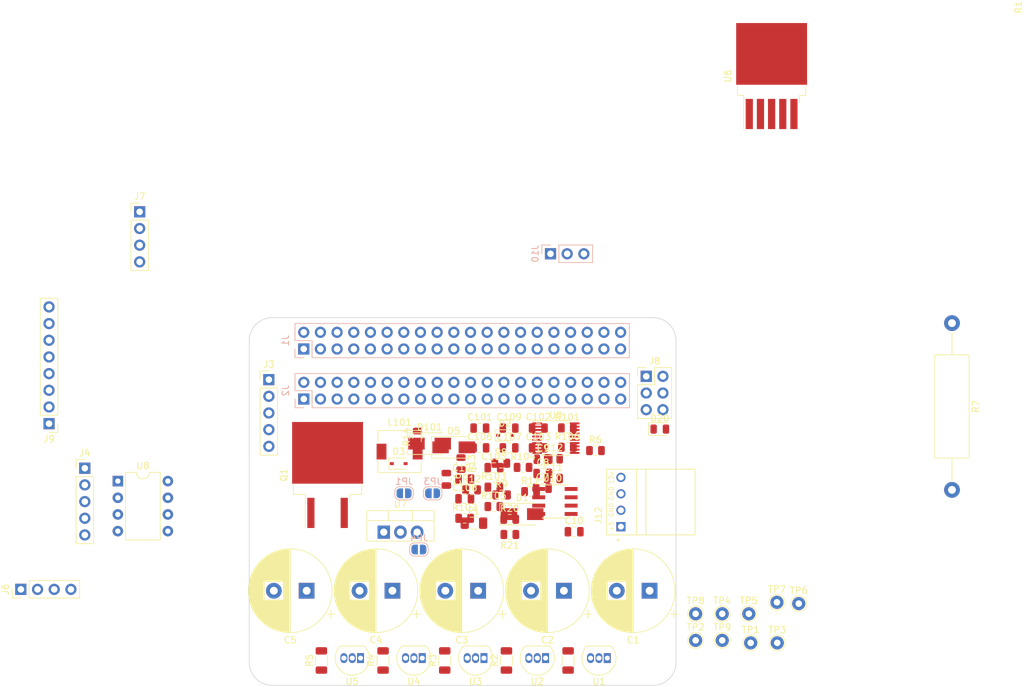
<source format=kicad_pcb>
(kicad_pcb (version 20211014) (generator pcbnew)
  (layers (0 "F.Cu" signal) (31 "B.Cu" signal) (34 "B.Paste" user) (35 "F.Paste" user) (36 "B.SilkS" user "B.Silkscreen") (37 "F.SilkS" user "F.Silkscreen") (38 "B.Mask" user) (39 "F.Mask" user) (44 "Edge.Cuts" user))
  (net 0 "")
  (net 1 "Net-(D1-Pad1)")
  (net 2 "VIN")
  (net 3 "GND")
  (net 4 "POW_OUT")
  (net 5 "I2C_SCL")
  (net 6 "I2C_SDA")
  (net 7 "Net-(Q1-Pad1)")
  (net 8 "+5V")
  (net 9 "RESET")
  (net 10 "VIN_SENSE")
  (net 11 "POW_ENABLE")
  (net 12 "UPS_SENSE")
  (net 13 "Net-(C2-Pad2)")
  (net 14 "Net-(C1-Pad1)")
  (net 15 "Net-(J6-Pad4)")
  (net 16 "Net-(C1-Pad2)")
  (net 17 "Net-(C3-Pad2)")
  (net 18 "Net-(C4-Pad2)")
  (net 19 "Net-(C6-Pad1)")
  (net 20 "Net-(D20-Pad2)")
  (net 23 "Net-(J7-Pad4)")
  (net 24 "Net-(JP1-Pad1)")
  (net 25 "Net-(R20-Pad2)")
  (net 26 "Power_Button")
  (net 27 "Spare_Button")
  (net 28 "Input_Power_LED")
  (net 29 "Output_Power_LED")
  (net 35 "RS232_RXD")
  (net 36 "RS232_TXD")
  (net 41 "+3V3")
  (net 42 "GPIO4")
  (net 43 "GPIO14")
  (net 44 "GPIO15")
  (net 45 "GPIO17")
  (net 46 "GPIO18")
  (net 47 "GPIO27")
  (net 48 "GPIO22")
  (net 49 "GPIO23")
  (net 50 "GPIO24")
  (net 51 "GPIO10")
  (net 52 "GPIO9")
  (net 53 "GPIO25")
  (net 54 "GPIO11")
  (net 55 "GPIO8")
  (net 56 "GPIO7")
  (net 57 "GPIO0")
  (net 58 "GPIO1")
  (net 59 "GPIO5")
  (net 60 "GPIO6")
  (net 61 "GPIO12")
  (net 62 "GPIO13")
  (net 63 "GPIO19")
  (net 64 "GPIO16")
  (net 65 "GPIO26")
  (net 66 "GPIO20")
  (net 67 "GPIO21")
  (net 68 "Net-(J10-Pad2)")
  (net 70 "/Buck Converter/VIN")
  (net 71 "Net-(C104-Pad1)")
  (net 72 "Net-(C104-Pad2)")
  (net 73 "Net-(C105-Pad1)")
  (net 74 "Net-(C106-Pad1)")
  (net 75 "Net-(C106-Pad2)")
  (net 76 "/Buck Converter/VOUT")
  (net 77 "Net-(R101-Pad2)")
  (net 78 "Net-(R105-Pad1)")
  (net 79 "Net-(R105-Pad2)")
  (footprint "Capacitor_SMD:C_0805_2012Metric" (layer "F.Cu") (at 94.024 119.826)
    (fp_text reference "C103" (at 0 -1.68) (layer "F.SilkS"))
    (fp_text value "0.01u")
    (pad "1" smd roundrect locked (at -0.95 0) (size 1 1.45) (layers "F.Cu" "F.Paste" "F.Mask") (net 70 "/Buck Converter/VIN"))
    (pad "2" smd roundrect locked (at 0.95 0) (size 1 1.45) (layers "F.Cu" "F.Paste" "F.Mask") (net 3 "GND"))
  )
  (footprint "Package_TO_SOT_SMD:TO-263-2" (layer "F.Cu") (at 61.93 123.96 90)
    (fp_text reference "Q1" (at 0 -6.65 90) (layer "F.SilkS"))
    (fp_text value "IRF5305")
    (pad "1" smd rect (at -5.775 -2.54 90) (size 4.6 1.1) (layers "F.Cu" "F.Paste" "F.Mask") (net 7 "Net-(Q1-Pad1)"))
    (pad "2" smd rect (at 3.375 0 90) (size 9.4 10.8) (layers "F.Cu" "F.Mask") (net 4 "POW_OUT"))
    (pad "3" smd rect (at -5.775 2.54 90) (size 4.6 1.1) (layers "F.Cu" "F.Paste" "F.Mask") (net 8 "+5V"))
  )
  (footprint "Diode_SMD:D_SOD-323" (layer "F.Cu") (at 88.96 117.92)
    (fp_text reference "D2" (at 0 -1.85) (layer "F.SilkS"))
    (fp_text value "PTVSHC3D15VUH")
    (pad "1" smd rect (at -1.05 0) (size 0.6 0.45) (layers "F.Cu" "F.Paste" "F.Mask") (net 3 "GND"))
    (pad "2" smd rect (at 1.05 0) (size 0.6 0.45) (layers "F.Cu" "F.Paste" "F.Mask") (net 2 "VIN"))
  )
  (footprint "Package_TO_SOT_THT:TO-92_Inline" (layer "F.Cu") (at 85.74333 151.85 180)
    (fp_text reference "U3" (at 1.27 -3.56) (layer "F.SilkS"))
    (fp_text value "KA431AZTA")
    (pad "1" thru_hole rect locked (at 0 0 180) (size 1.05 1.5) (drill 0.75) (layers *.Cu *.Mask) (net 13 "Net-(C2-Pad2)"))
    (pad "2" thru_hole oval locked (at 1.27 0 180) (size 1.05 1.5) (drill 0.75) (layers *.Cu *.Mask) (net 13 "Net-(C2-Pad2)"))
    (pad "3" thru_hole oval locked (at 2.54 0 180) (size 1.05 1.5) (drill 0.75) (layers *.Cu *.Mask) (net 17 "Net-(C3-Pad2)"))
  )
  (footprint "Resistor_SMD:R_1206_3216Metric" (layer "F.Cu") (at 98.563328 152.21 90)
    (fp_text reference "R1" (at 99.49 68.59 90) (layer "F.SilkS"))
    (fp_text value "1k")
    (pad "1" smd roundrect (at -1.4625 0 90) (size 1.125 1.75) (layers "F.Cu" "F.Paste" "F.Mask") (roundrect_rratio 0.222222) (net 14 "Net-(C1-Pad1)"))
    (pad "2" smd roundrect (at 1.4625 0 90) (size 1.125 1.75) (layers "F.Cu" "F.Paste" "F.Mask") (roundrect_rratio 0.222222) (net 16 "Net-(C1-Pad2)"))
  )
  (footprint "Capacitor_SMD:C_0805_2012Metric" (layer "F.Cu") (at 85.124 116.816)
    (fp_text reference "C101" (at 0 -1.68) (layer "F.SilkS"))
    (fp_text value "4.7u")
    (pad "1" smd roundrect locked (at -0.95 0) (size 1 1.45) (layers "F.Cu" "F.Paste" "F.Mask") (net 70 "/Buck Converter/VIN"))
    (pad "2" smd roundrect locked (at 0.95 0) (size 1 1.45) (layers "F.Cu" "F.Paste" "F.Mask") (net 3 "GND"))
  )
  (footprint "TestPoint:TestPoint_THTPad_D2.0mm_Drill1.0mm" (layer "F.Cu") (at 117.987918 149.15)
    (fp_text reference "TP2" (at 0 -1.998) (layer "F.SilkS"))
    (fp_text value "TestPoint_Small")
    (pad "1" thru_hole circle (at 0 0) (size 2 2) (drill 1) (layers *.Cu *.Mask) (net 3 "GND"))
  )
  (footprint "Capacitor_SMD:C_0805_2012Metric" (layer "F.Cu") (at 85.124 119.826)
    (fp_text reference "C106" (at 0 -1.68) (layer "F.SilkS"))
    (fp_text value "1000p")
    (pad "1" smd roundrect locked (at -0.95 0) (size 1 1.45) (layers "F.Cu" "F.Paste" "F.Mask") (net 74 "Net-(C106-Pad1)"))
    (pad "2" smd roundrect locked (at 0.95 0) (size 1 1.45) (layers "F.Cu" "F.Paste" "F.Mask") (net 75 "Net-(C106-Pad2)"))
  )
  (footprint "Resistor_SMD:R_0805_2012Metric" (layer "F.Cu") (at 87.254 125.816)
    (fp_text reference "R103" (at 0 -1.65) (layer "F.SilkS"))
    (fp_text value "29.4k")
    (pad "1" smd roundrect locked (at -0.9125 0) (size 1.025 1.4) (layers "F.Cu" "F.Paste" "F.Mask") (roundrect_rratio 0.243902) (net 75 "Net-(C106-Pad2)"))
    (pad "2" smd roundrect locked (at 0.9125 0) (size 1.025 1.4) (layers "F.Cu" "F.Paste" "F.Mask") (roundrect_rratio 0.243902) (net 3 "GND"))
  )
  (footprint "Capacitor_THT:CP_Radial_D12.5mm_P5.00mm" (layer "F.Cu") (at 84.863022 141.59 180)
    (fp_text reference "C3" (at 2.5 -7.5) (layer "F.SilkS"))
    (fp_text value "10F")
    (pad "1" thru_hole rect (at 0 0 180) (size 2.4 2.4) (drill 1.2) (layers *.Cu *.Mask) (net 13 "Net-(C2-Pad2)"))
    (pad "2" thru_hole circle (at 5 0 180) (size 2.4 2.4) (drill 1.2) (layers *.Cu *.Mask) (net 17 "Net-(C3-Pad2)"))
  )
  (footprint "Capacitor_SMD:C_0805_2012Metric" (layer "F.Cu") (at 96.33 121.49)
    (fp_text reference "C12" (at 0 -1.68) (layer "F.SilkS"))
    (fp_text value "0.1uF")
    (pad "1" smd roundrect (at -0.95 0) (size 1 1.45) (layers "F.Cu" "F.Paste" "F.Mask") (net 8 "+5V"))
    (pad "2" smd roundrect (at 0.95 0) (size 1 1.45) (layers "F.Cu" "F.Paste" "F.Mask") (net 3 "GND"))
  )
  (footprint "Diode_SMD:D_SOD-323" (layer "F.Cu") (at 72.77 122.23)
    (fp_text reference "D3" (at 0 -1.85) (layer "F.SilkS"))
    (fp_text value "PTVSHC3D15VUH")
    (pad "1" smd rect (at -1.05 0) (size 0.6 0.45) (layers "F.Cu" "F.Paste" "F.Mask") (net 3 "GND"))
    (pad "2" smd rect (at 1.05 0) (size 0.6 0.45) (layers "F.Cu" "F.Paste" "F.Mask") (net 4 "POW_OUT"))
  )
  (footprint "raspberrypi_supercap_ups_lib:TE_171826-4" (layer "F.Cu") (at 111.16 128.08 90)
    (fp_text reference "J12" (at -2.03376 -7.96935 90) (layer "F.SilkS") (effects (font (size 1.004331 1.004331))))
    (fp_text value "171826-4")
    (fp_text user "GND" (at -1.2 -6 90 unlocked) (layer "F.SilkS") (effects (font (size 0.7 0.7) (thickness 0.1))))
    (fp_text user "+5" (at -3.7 -6 90 unlocked) (layer "F.SilkS") (effects (font (size 0.7 0.7) (thickness 0.1))))
    (fp_text user "GND" (at 1.3 -6 90 unlocked) (layer "F.SilkS") (effects (font (size 0.7 0.7) (thickness 0.1))))
    (fp_text user "12v" (at 3.7 -6 90 unlocked) (layer "F.SilkS") (effects (font (size 0.7 0.7) (thickness 0.1))))
    (pad "1" thru_hole rect (at -3.75 -4.55 90) (size 1.408 1.408) (drill 0.9) (layers *.Cu *.Mask) (net 2 "VIN"))
    (pad "2" thru_hole circle (at -1.25 -4.55 90) (size 1.408 1.408) (drill 0.9) (layers *.Cu *.Mask) (net 3 "GND"))
    (pad "3" thru_hole circle (at 1.25 -4.55 90) (size 1.408 1.408) (drill 0.9) (layers *.Cu *.Mask) (net 3 "GND"))
    (pad "4" thru_hole circle (at 3.75 -4.55 90) (size 1.408 1.408) (drill 0.9) (layers *.Cu *.Mask))
  )
  (footprint "Capacitor_THT:CP_Radial_D12.5mm_P5.00mm" (layer "F.Cu") (at 110.98 141.59 180)
    (fp_text reference "C1" (at 2.5 -7.5) (layer "F.SilkS"))
    (fp_text value "10F")
    (pad "1" thru_hole rect (at 0 0 180) (size 2.4 2.4) (drill 1.2) (layers *.Cu *.Mask) (net 14 "Net-(C1-Pad1)"))
    (pad "2" thru_hole circle (at 5 0 180) (size 2.4 2.4) (drill 1.2) (layers *.Cu *.Mask) (net 16 "Net-(C1-Pad2)"))
  )
  (footprint "MountingHole:MountingHole_2.7mm_M2.5" (layer "F.Cu") (at 53.5 103.5)
    (fp_text reference "H1" hide)
    (fp_text value "MountingHole" hide)
    (pad "" np_thru_hole circle locked (at 0 0) (size 2.7 2.7) (drill 2.7) (layers *.Cu *.Mask))
  )
  (footprint "Package_TO_SOT_SMD:TO-263-5_TabPin3" (layer "F.Cu") (at 129.559 63.204 90)
    (fp_text reference "U6" (at 0 -6.65 90) (layer "F.SilkS"))
    (fp_text value "LM2596S-5")
    (pad "1" smd rect (at -5.775 -3.4 90) (size 4.6 1.1) (layers "F.Cu" "F.Paste" "F.Mask") (net 19 "Net-(C6-Pad1)"))
    (pad "2" smd rect (at -5.775 -1.7 90) (size 4.6 1.1) (layers "F.Cu" "F.Paste" "F.Mask") (net 8 "+5V"))
    (pad "3" smd rect (at 3.375 0 90) (size 9.4 10.8) (layers "F.Cu" "F.Mask") (net 3 "GND"))
    (pad "3" smd rect (at -5.775 0 90) (size 4.6 1.1) (layers "F.Cu" "F.Paste" "F.Mask") (net 3 "GND"))
    (pad "4" smd rect (at -5.775 1.7 90) (size 4.6 1.1) (layers "F.Cu" "F.Paste" "F.Mask") (net 8 "+5V"))
    (pad "5" smd rect (at -5.775 3.4 90) (size 4.6 1.1) (layers "F.Cu" "F.Paste" "F.Mask") (net 25 "Net-(R20-Pad2)"))
  )
  (footprint "Capacitor_SMD:C_0805_2012Metric" (layer "F.Cu") (at 96.33 124.5)
    (fp_text reference "C11" (at 0 -1.68) (layer "F.SilkS"))
    (fp_text value "22u 10V X7R")
    (pad "1" smd roundrect (at -0.95 0) (size 1 1.45) (layers "F.Cu" "F.Paste" "F.Mask") (net 8 "+5V"))
    (pad "2" smd roundrect (at 0.95 0) (size 1 1.45) (layers "F.Cu" "F.Paste" "F.Mask") (net 3 "GND"))
  )
  (footprint "Resistor_SMD:R_0805_2012Metric" (layer "F.Cu") (at 91.704 122.806)
    (fp_text reference "R104" (at 0 -1.65) (layer "F.SilkS"))
    (fp_text value "0")
    (pad "1" smd roundrect locked (at -0.9125 0) (size 1.025 1.4) (layers "F.Cu" "F.Paste" "F.Mask") (roundrect_rratio 0.243902) (net 76 "/Buck Converter/VOUT"))
    (pad "2" smd roundrect locked (at 0.9125 0) (size 1.025 1.4) (layers "F.Cu" "F.Paste" "F.Mask") (roundrect_rratio 0.243902) (net 78 "Net-(R105-Pad1)"))
  )
  (footprint "MountingHole:MountingHole_2.7mm_M2.5" (layer "F.Cu") (at 111.5 103.5)
    (fp_text reference "H2" hide)
    (fp_text value "MountingHole" hide)
    (pad "" np_thru_hole circle locked (at 0 0) (size 2.7 2.7) (drill 2.7) (layers *.Cu *.Mask))
  )
  (footprint "Resistor_SMD:R_0805_2012Metric" (layer "F.Cu") (at 75.62 118.18 90)
    (fp_text reference "R14" (at 0 -1.65 90) (layer "F.SilkS"))
    (fp_text value "10k")
    (pad "1" smd roundrect (at -0.9125 0 90) (size 1.025 1.4) (layers "F.Cu" "F.Paste" "F.Mask") (roundrect_rratio 0.243902) (net 8 "+5V"))
    (pad "2" smd roundrect (at 0.9125 0 90) (size 1.025 1.4) (layers "F.Cu" "F.Paste" "F.Mask") (roundrect_rratio 0.243902) (net 11 "POW_ENABLE"))
  )
  (footprint "Capacitor_SMD:C_0805_2012Metric" (layer "F.Cu") (at 87.274 122.836)
    (fp_text reference "C105" (at 0 -1.68) (layer "F.SilkS"))
    (fp_text value "0.01u")
    (pad "1" smd roundrect locked (at -0.95 0) (size 1 1.45) (layers "F.Cu" "F.Paste" "F.Mask") (net 73 "Net-(C105-Pad1)"))
    (pad "2" smd roundrect locked (at 0.95 0) (size 1 1.45) (layers "F.Cu" "F.Paste" "F.Mask") (net 3 "GND"))
  )
  (footprint "Connector_PinHeader_2.54mm:PinHeader_1x05_P2.54mm_Vertical" (layer "F.Cu") (at 24.96 122.93)
    (fp_text reference "J4" (at 0 -2.33) (layer "F.SilkS"))
    (fp_text value "Conn_01x05")
    (pad "1" thru_hole rect (at 0 0) (size 1.7 1.7) (drill 1) (layers *.Cu *.Mask) (net 4 "POW_OUT"))
    (pad "2" thru_hole oval (at 0 2.54) (size 1.7 1.7) (drill 1) (layers *.Cu *.Mask) (net 3 "GND"))
    (pad "3" thru_hole oval (at 0 5.08) (size 1.7 1.7) (drill 1) (layers *.Cu *.Mask) (net 5 "I2C_SCL"))
    (pad "4" thru_hole oval (at 0 7.62) (size 1.7 1.7) (drill 1) (layers *.Cu *.Mask) (net 6 "I2C_SDA"))
    (pad "5" thru_hole oval (at 0 10.16) (size 1.7 1.7) (drill 1) (layers *.Cu *.Mask))
  )
  (footprint "Connector_PinHeader_2.54mm:PinHeader_1x04_P2.54mm_Vertical" (layer "F.Cu") (at 33.31 83.88)
    (fp_text reference "J7" (at 0 -2.33) (layer "F.SilkS"))
    (fp_text value "Conn_01x04")
    (pad "1" thru_hole rect (at 0 0) (size 1.7 1.7) (drill 1) (layers *.Cu *.Mask) (net 2 "VIN"))
    (pad "2" thru_hole oval (at 0 2.54) (size 1.7 1.7) (drill 1) (layers *.Cu *.Mask) (net 3 "GND"))
    (pad "3" thru_hole oval (at 0 5.08) (size 1.7 1.7) (drill 1) (layers *.Cu *.Mask) (net 3 "GND"))
    (pad "4" thru_hole oval (at 0 7.62) (size 1.7 1.7) (drill 1) (layers *.Cu *.Mask) (net 23 "Net-(J7-Pad4)"))
  )
  (footprint "Resistor_SMD:R_0805_2012Metric" (layer "F.Cu") (at 98.454 116.786)
    (fp_text reference "R101" (at 0 -1.65) (layer "F.SilkS"))
    (fp_text value "332k")
    (pad "1" smd roundrect locked (at -0.9125 0) (size 1.025 1.4) (layers "F.Cu" "F.Paste" "F.Mask") (roundrect_rratio 0.243902) (net 70 "/Buck Converter/VIN"))
    (pad "2" smd roundrect locked (at 0.9125 0) (size 1.025 1.4) (layers "F.Cu" "F.Paste" "F.Mask") (roundrect_rratio 0.243902) (net 77 "Net-(R101-Pad2)"))
  )
  (footprint "TestPoint:TestPoint_THTPad_D2.0mm_Drill1.0mm" (layer "F.Cu") (at 126.37 149.53)
    (fp_text reference "TP1" (at 0 -1.998) (layer "F.SilkS"))
    (fp_text value "TestPoint_Small")
    (pad "1" thru_hole circle (at 0 0) (size 2 2) (drill 1) (layers *.Cu *.Mask) (net 19 "Net-(C6-Pad1)"))
  )
  (footprint "TestPoint:TestPoint_THTPad_D2.0mm_Drill1.0mm" (layer "F.Cu") (at 130.42 149.53)
    (fp_text reference "TP3" (at 0 -1.998) (layer "F.SilkS"))
    (fp_text value "TestPoint_Small")
    (pad "1" thru_hole circle (at 0 0) (size 2 2) (drill 1) (layers *.Cu *.Mask) (net 8 "+5V"))
  )
  (footprint "MountingHole:MountingHole_2.7mm_M2.5" (layer "F.Cu") (at 111.54 152.5)
    (fp_text reference "H4" hide)
    (fp_text value "MountingHole" hide)
    (pad "" np_thru_hole circle locked (at 0 0) (size 2.7 2.7) (drill 2.7) (layers *.Cu *.Mask))
  )
  (footprint "Resistor_SMD:R_0805_2012Metric" (layer "F.Cu") (at 89.69 133.02 180)
    (fp_text reference "R21" (at 0 -1.65) (layer "F.SilkS"))
    (fp_text value "47k")
    (pad "1" smd roundrect (at -0.9125 0 180) (size 1.025 1.4) (layers "F.Cu" "F.Paste" "F.Mask") (roundrect_rratio 0.243902) (net 25 "Net-(R20-Pad2)"))
    (pad "2" smd roundrect (at 0.9125 0 180) (size 1.025 1.4) (layers "F.Cu" "F.Paste" "F.Mask") (roundrect_rratio 0.243902) (net 3 "GND"))
  )
  (footprint "Connector_PinHeader_2.54mm:PinHeader_1x08_P2.54mm_Vertical" (layer "F.Cu") (at 19.51 116.14 180)
    (fp_text reference "J9" (at 0 -2.33) (layer "F.SilkS"))
    (fp_text value "LEDs and Buttons")
    (pad "1" thru_hole rect (at 0 0 180) (size 1.7 1.7) (drill 1) (layers *.Cu *.Mask) (net 26 "Power_Button"))
    (pad "2" thru_hole oval (at 0 2.54 180) (size 1.7 1.7) (drill 1) (layers *.Cu *.Mask) (net 3 "GND"))
    (pad "3" thru_hole oval (at 0 5.08 180) (size 1.7 1.7) (drill 1) (layers *.Cu *.Mask) (net 27 "Spare_Button"))
    (pad "4" thru_hole oval (at 0 7.62 180) (size 1.7 1.7) (drill 1) (layers *.Cu *.Mask) (net 3 "GND"))
    (pad "5" thru_hole oval (at 0 10.16 180) (size 1.7 1.7) (drill 1) (layers *.Cu *.Mask) (net 28 "Input_Power_LED"))
    (pad "6" thru_hole oval (at 0 12.7 180) (size 1.7 1.7) (drill 1) (layers *.Cu *.Mask) (net 3 "GND"))
    (pad "7" thru_hole oval (at 0 15.24 180) (size 1.7 1.7) (drill 1) (layers *.Cu *.Mask) (net 29 "Output_Power_LED"))
    (pad "8" thru_hole oval (at 0 17.78 180) (size 1.7 1.7) (drill 1) (layers *.Cu *.Mask) (net 3 "GND"))
  )
  (footprint "Resistor_SMD:R_0805_2012Metric" (layer "F.Cu") (at 89.67 130.71)
    (fp_text reference "R20" (at 0 -1.65) (layer "F.SilkS"))
    (fp_text value "47k")
    (pad "1" smd roundrect (at -0.9125 0) (size 1.025 1.4) (layers "F.Cu" "F.Paste" "F.Mask") (roundrect_rratio 0.243902) (net 19 "Net-(C6-Pad1)"))
    (pad "2" smd roundrect (at 0.9125 0) (size 1.025 1.4) (layers "F.Cu" "F.Paste" "F.Mask") (roundrect_rratio 0.243902) (net 25 "Net-(R20-Pad2)"))
  )
  (footprint "TestPoint:TestPoint_THTPad_D2.0mm_Drill1.0mm" (layer "F.Cu") (at 122.037918 145.1)
    (fp_text reference "TP4" (at 0 -1.998) (layer "F.SilkS"))
    (fp_text value "TestPoint_Small")
    (pad "1" thru_hole circle (at 0 0) (size 2 2) (drill 1) (layers *.Cu *.Mask) (net 8 "+5V"))
  )
  (footprint "Package_TO_SOT_THT:TO-92_Inline" (layer "F.Cu") (at 104.53 151.85 180)
    (fp_text reference "U1" (at 1.27 -3.56) (layer "F.SilkS"))
    (fp_text value "KA431AZTA")
    (pad "1" thru_hole rect (at 0 0 180) (size 1.05 1.5) (drill 0.75) (layers *.Cu *.Mask) (net 14 "Net-(C1-Pad1)"))
    (pad "2" thru_hole oval (at 1.27 0 180) (size 1.05 1.5) (drill 0.75) (layers *.Cu *.Mask) (net 14 "Net-(C1-Pad1)"))
    (pad "3" thru_hole oval (at 2.54 0 180) (size 1.05 1.5) (drill 0.75) (layers *.Cu *.Mask) (net 16 "Net-(C1-Pad2)"))
  )
  (footprint "Connector_PinHeader_2.54mm:PinHeader_2x03_P2.54mm_Vertical" (layer "F.Cu") (at 110.465 108.935)
    (fp_text reference "J8" (at 1.27 -2.33) (layer "F.SilkS"))
    (fp_text value "Conn_02x03_Odd_Even")
    (pad "1" thru_hole rect (at 0 0) (size 1.7 1.7) (drill 1) (layers *.Cu *.Mask) (net 11 "POW_ENABLE"))
    (pad "2" thru_hole oval (at 2.54 0) (size 1.7 1.7) (drill 1) (layers *.Cu *.Mask) (net 8 "+5V"))
    (pad "3" thru_hole oval (at 0 2.54) (size 1.7 1.7) (drill 1) (layers *.Cu *.Mask) (net 5 "I2C_SCL"))
    (pad "4" thru_hole oval (at 2.54 2.54) (size 1.7 1.7) (drill 1) (layers *.Cu *.Mask) (net 6 "I2C_SDA"))
    (pad "5" thru_hole oval (at 0 5.08) (size 1.7 1.7) (drill 1) (layers *.Cu *.Mask) (net 9 "RESET"))
    (pad "6" thru_hole oval (at 2.54 5.08) (size 1.7 1.7) (drill 1) (layers *.Cu *.Mask) (net 3 "GND"))
  )
  (footprint "Capacitor_THT:CP_Radial_D12.5mm_P5.00mm" (layer "F.Cu") (at 58.746044 141.59 180)
    (fp_text reference "C5" (at 2.5 -7.5) (layer "F.SilkS"))
    (fp_text value "10F")
    (pad "1" thru_hole rect (at 0 0 180) (size 2.4 2.4) (drill 1.2) (layers *.Cu *.Mask) (net 18 "Net-(C4-Pad2)"))
    (pad "2" thru_hole circle (at 5 0 180) (size 2.4 2.4) (drill 1.2) (layers *.Cu *.Mask) (net 3 "GND"))
  )
  (footprint "Resistor_THT:R_Axial_DIN0516_L15.5mm_D5.0mm_P25.40mm_Horizontal" (layer "F.Cu") (at 157.03 100.83 -90)
    (fp_text reference "R7" (at 12.7 -3.62 90) (layer "F.SilkS"))
    (fp_text value "10 3W")
    (pad "1" thru_hole circle (at 0 0 270) (size 2.4 2.4) (drill 1.2) (layers *.Cu *.Mask) (net 68 "Net-(J10-Pad2)"))
    (pad "2" thru_hole oval (at 25.4 0 270) (size 2.4 2.4) (drill 1.2) (layers *.Cu *.Mask) (net 14 "Net-(C1-Pad1)"))
  )
  (footprint "Capacitor_SMD:C_0805_2012Metric" (layer "F.Cu") (at 80.02 124.62 -90)
    (fp_text reference "C6" (at 0 -1.68 90) (layer "F.SilkS"))
    (fp_text value "10u 25V X7R")
    (pad "1" smd roundrect (at -0.95 0 270) (size 1 1.45) (layers "F.Cu" "F.Paste" "F.Mask") (net 19 "Net-(C6-Pad1)"))
    (pad "2" smd roundrect (at 0.95 0 270) (size 1 1.45) (layers "F.Cu" "F.Paste" "F.Mask") (net 3 "GND"))
  )
  (footprint "Resistor_SMD:R_1206_3216Metric" (layer "F.Cu") (at 60.99 152.21 90)
    (fp_text reference "R5" (at 0 -1.82 90) (layer "F.SilkS"))
    (fp_text value "1k")
    (pad "1" smd roundrect (at -1.4625 0 90) (size 1.125 1.75) (layers "F.Cu" "F.Paste" "F.Mask") (roundrect_rratio 0.222222) (net 18 "Net-(C4-Pad2)"))
    (pad "2" smd roundrect (at 1.4625 0 90) (size 1.125 1.75) (layers "F.Cu" "F.Paste" "F.Mask") (roundrect_rratio 0.222222) (net 3 "GND"))
  )
  (footprint "Diode_SMD:D_SMA" (layer "F.Cu") (at 81.14 119.75)
    (fp_text reference "D5" (at 0 -2.5) (layer "F.SilkS"))
    (fp_text value "B340LA-13-F")
    (pad "1" smd rect (at -2 0) (size 2.5 1.8) (layers "F.Cu" "F.Paste" "F.Mask") (net 1 "Net-(D1-Pad1)"))
    (pad "2" smd rect (at 2 0) (size 2.5 1.8) (layers "F.Cu" "F.Paste" "F.Mask") (net 14 "Net-(C1-Pad1)"))
  )
  (footprint "Connector_PinHeader_2.54mm:PinHeader_1x04_P2.54mm_Vertical" (layer "F.Cu") (at 15.22 141.38 90)
    (fp_text reference "J6" (at 0 -2.33 90) (layer "F.SilkS"))
    (fp_text value "Conn_01x04")
    (pad "1" thru_hole rect (at 0 0 90) (size 1.7 1.7) (drill 1) (layers *.Cu *.Mask) (net 2 "VIN"))
    (pad "2" thru_hole oval (at 0 2.54 90) (size 1.7 1.7) (drill 1) (layers *.Cu *.Mask) (net 3 "GND"))
    (pad "3" thru_hole oval (at 0 5.08 90) (size 1.7 1.7) (drill 1) (layers *.Cu *.Mask) (net 3 "GND"))
    (pad "4" thru_hole oval (at 0 7.62 90) (size 1.7 1.7) (drill 1) (layers *.Cu *.Mask) (net 15 "Net-(J6-Pad4)"))
  )
  (footprint "Resistor_SMD:R_1206_3216Metric" (layer "F.Cu") (at 70.383332 152.21 90)
    (fp_text reference "R4" (at 0 -1.82 90) (layer "F.SilkS"))
    (fp_text value "1k")
    (pad "1" smd roundrect (at -1.4625 0 90) (size 1.125 1.75) (layers "F.Cu" "F.Paste" "F.Mask") (roundrect_rratio 0.222222) (net 17 "Net-(C3-Pad2)"))
    (pad "2" smd roundrect (at 1.4625 0 90) (size 1.125 1.75) (layers "F.Cu" "F.Paste" "F.Mask") (roundrect_rratio 0.222222) (net 18 "Net-(C4-Pad2)"))
  )
  (footprint "TestPoint:TestPoint_THTPad_D2.0mm_Drill1.0mm" (layer "F.Cu") (at 133.69 143.55)
    (fp_text reference "TP6" (at 0 -1.998) (layer "F.SilkS"))
    (fp_text value "TestPoint_Small")
    (pad "1" thru_hole circle (at 0 0) (size 2 2) (drill 1) (layers *.Cu *.Mask) (net 8 "+5V"))
  )
  (footprint "MountingHole:MountingHole_2.7mm_M2.5" (layer "F.Cu") (at 53.5 152.5)
    (fp_text reference "H3" hide)
    (fp_text value "MountingHole" hide)
    (pad "" np_thru_hole circle locked (at 0 0) (size 2.7 2.7) (drill 2.7) (layers *.Cu *.Mask))
  )
  (footprint "Resistor_SMD:R_0805_2012Metric" (layer "F.Cu") (at 88.32 122.17)
    (fp_text reference "R8" (at 0 -1.65) (layer "F.SilkS"))
    (fp_text value "10k")
    (pad "1" smd roundrect (at -0.9125 0) (size 1.025 1.4) (layers "F.Cu" "F.Paste" "F.Mask") (roundrect_rratio 0.243902) (net 1 "Net-(D1-Pad1)"))
    (pad "2" smd roundrect (at 0.9125 0) (size 1.025 1.4) (layers "F.Cu" "F.Paste" "F.Mask") (roundrect_rratio 0.243902) (net 10 "VIN_SENSE"))
  )
  (footprint "Capacitor_THT:CP_Radial_D12.5mm_P5.00mm" (layer "F.Cu") (at 71.804533 141.59 180)
    (fp_text reference "C4" (at 2.5 -7.5) (layer "F.SilkS"))
    (fp_text value "10F")
    (pad "1" thru_hole rect (at 0 0 180) (size 2.4 2.4) (drill 1.2) (layers *.Cu *.Mask) (net 17 "Net-(C3-Pad2)"))
    (pad "2" thru_hole circle (at 5 0 180) (size 2.4 2.4) (drill 1.2) (layers *.Cu *.Mask) (net 18 "Net-(C4-Pad2)"))
  )
  (footprint "TestPoint:TestPoint_THTPad_D2.0mm_Drill1.0mm" (layer "F.Cu") (at 126.087918 145.1)
    (fp_text reference "TP5" (at 0 -1.998) (layer "F.SilkS"))
    (fp_text value "TestPoint_Small")
    (pad "1" thru_hole circle (at 0 0) (size 2 2) (drill 1) (layers *.Cu *.Mask) (net 11 "POW_ENABLE"))
  )
  (footprint "Package_SO:TSSOP-20_4.4x5mm_P0.5mm" (layer "F.Cu") (at 96.7 118.35)
    (fp_text reference "U9" (at 0 -3.45) (layer "F.SilkS"))
    (fp_text value "STC8H1K08")
    (pad "1" smd roundrect (at -2.8625 -2.25) (size 1.475 0.3) (layers "F.Cu" "F.Paste" "F.Mask") (net 11 "POW_ENABLE"))
    (pad "2" smd roundrect (at -2.8625 -1.75) (size 1.475 0.3) (layers "F.Cu" "F.Paste" "F.Mask"))
    (pad "3" smd roundrect (at -2.8625 -1.25) (size 1.475 0.3) (layers "F.Cu" "F.Paste" "F.Mask") (net 6 "I2C_SDA"))
    (pad "4" smd roundrect (at -2.8625 -0.75) (size 1.475 0.3) (layers "F.Cu" "F.Paste" "F.Mask") (net 5 "I2C_SCL"))
    (pad "5" smd roundrect (at -2.8625 -0.25) (size 1.475 0.3) (layers "F.Cu" "F.Paste" "F.Mask"))
    (pad "6" smd roundrect (at -2.8625 0.25) (size 1.475 0.3) (layers "F.Cu" "F.Paste" "F.Mask"))
    (pad "7" smd roundrect (at -2.8625 0.75) (size 1.475 0.3) (layers "F.Cu" "F.Paste" "F.Mask"))
    (pad "8" smd roundrect (at -2.8625 1.25) (size 1.475 0.3) (layers "F.Cu" "F.Paste" "F.Mask") (net 8 "+5V"))
    (pad "9" smd roundrect (at -2.8625 1.75) (size 1.475 0.3) (layers "F.Cu" "F.Paste" "F.Mask"))
    (pad "10" smd roundrect (at -2.8625 2.25) (size 1.475 0.3) (layers "F.Cu" "F.Paste" "F.Mask") (net 3 "GND"))
    (pad "11" smd roundrect (at 2.8625 2.25) (size 1.475 0.3) (layers "F.Cu" "F.Paste" "F.Mask") (net 35 "RS232_RXD"))
    (pad "12" smd roundrect (at 2.8625 1.75) (size 1.475 0.3) (layers "F.Cu" "F.Paste" "F.Mask") (net 36 "RS232_TXD"))
    (pad "13" smd roundrect (at 2.8625 1.25) (size 1.475 0.3) (layers "F.Cu" "F.Paste" "F.Mask"))
    (pad "14" smd roundrect (at 2.8625 0.75) (size 1.475 0.3) (layers "F.Cu" "F.Paste" "F.Mask"))
    (pad "15" smd roundrect (at 2.8625 0.25) (size 1.475 0.3) (layers "F.Cu" "F.Paste" "F.Mask") (net 10 "VIN_SENSE"))
    (pad "16" smd roundrect (at 2.8625 -0.25) (size 1.475 0.3) (layers "F.Cu" "F.Paste" "F.Mask") (net 12 "UPS_SENSE"))
    (pad "17" smd roundrect (at 2.8625 -0.75) (size 1.475 0.3) (layers "F.Cu" "F.Paste" "F.Mask"))
    (pad "18" smd roundrect (at 2.8625 -1.25) (size 1.475 0.3) (layers "F.Cu" "F.Paste" "F.Mask"))
    (pad "19" smd roundrect (at 2.8625 -1.75) (size 1.475 0.3) (layers "F.Cu" "F.Paste" "F.Mask") (net 26 "Power_Button"))
    (pad "20" smd roundrect (at 2.8625 -2.25) (size 1.475 0.3) (layers "F.Cu" "F.Paste" "F.Mask") (net 27 "Spare_Button"))
  )
  (footprint "TestPoint:TestPoint_THTPad_D2.0mm_Drill1.0mm" (layer "F.Cu") (at 122.037918 149.15)
    (fp_text reference "TP9" (at 0 -1.998) (layer "F.SilkS"))
    (fp_text value "TestPoint_Small")
    (pad "1" thru_hole circle (at 0 0) (size 2 2) (drill 1) (layers *.Cu *.Mask) (net 4 "POW_OUT"))
  )
  (footprint "Resistor_SMD:R_1206_3216Metric" (layer "F.Cu") (at 89.169996 152.21 90)
    (fp_text reference "R2" (at 0 -1.82 90) (layer "F.SilkS"))
    (fp_text value "1k")
    (pad "1" smd roundrect (at -1.4625 0 90) (size 1.125 1.75) (layers "F.Cu" "F.Paste" "F.Mask") (roundrect_rratio 0.222222) (net 16 "Net-(C1-Pad2)"))
    (pad "2" smd roundrect (at 1.4625 0 90) (size 1.125 1.75) (layers "F.Cu" "F.Paste" "F.Mask") (roundrect_rratio 0.222222) (net 13 "Net-(C2-Pad2)"))
  )
  (footprint "Inductor_SMD:L_6.3x6.3_H3" (layer "F.Cu") (at 72.898 120.396)
    (fp_text reference "L101" (at 0 -4.45) (layer "F.SilkS"))
    (fp_text value "6.8uH")
    (pad "1" smd rect locked (at -2.75 0) (size 1.5 2.4) (layers "F.Cu" "F.Paste" "F.Mask") (net 71 "Net-(C104-Pad1)"))
    (pad "2" smd rect locked (at 2.75 0) (size 1.5 2.4) (layers "F.Cu" "F.Paste" "F.Mask") (net 76 "/Buck Converter/VOUT"))
  )
  (footprint "Resistor_SMD:R_0805_2012Metric" (layer "F.Cu") (at 82.25 122.22 -90)
    (fp_text reference "R13" (at 0 -1.65 90) (layer "F.SilkS"))
    (fp_text value "1k")
    (pad "1" smd roundrect (at -0.9125 0 270) (size 1.025 1.4) (layers "F.Cu" "F.Paste" "F.Mask") (roundrect_rratio 0.243902) (net 11 "POW_ENABLE"))
    (pad "2" smd roundrect (at 0.9125 0 270) (size 1.025 1.4) (layers "F.Cu" "F.Paste" "F.Mask") (roundrect_rratio 0.243902) (net 7 "Net-(Q1-Pad1)"))
  )
  (footprint "Capacitor_SMD:C_0805_2012Metric" (layer "F.Cu") (at 89.574 119.826)
    (fp_text reference "C107" (at 0 -1.68) (layer "F.SilkS"))
    (fp_text value "47p")
    (pad "1" smd roundrect locked (at -0.95 0) (size 1 1.45) (layers "F.Cu" "F.Paste" "F.Mask") (net 74 "Net-(C106-Pad1)"))
    (pad "2" smd roundrect locked (at 0.95 0) (size 1 1.45) (layers "F.Cu" "F.Paste" "F.Mask") (net 3 "GND"))
  )
  (footprint "Package_TO_SOT_THT:TO-92_Inline" (layer "F.Cu") (at 66.956666 151.85 180)
    (fp_text reference "U5" (at 1.27 -3.56) (layer "F.SilkS"))
    (fp_text value "KA431AZTA")
    (pad "1" thru_hole rect (at 0 0 180) (size 1.05 1.5) (drill 0.75) (layers *.Cu *.Mask) (net 18 "Net-(C4-Pad2)"))
    (pad "2" thru_hole oval (at 1.27 0 180) (size 1.05 1.5) (drill 0.75) (layers *.Cu *.Mask) (net 18 "Net-(C4-Pad2)"))
    (pad "3" thru_hole oval (at 2.54 0 180) (size 1.05 1.5) (drill 0.75) (layers *.Cu *.Mask) (net 3 "GND"))
  )
  (footprint "Resistor_SMD:R_0805_2012Metric" (layer "F.Cu") (at 92.85 126.49)
    (fp_text reference "R11" (at 0 -1.65) (layer "F.SilkS"))
    (fp_text value "10k")
    (pad "1" smd roundrect (at -0.9125 0) (size 1.025 1.4) (layers "F.Cu" "F.Paste" "F.Mask") (roundrect_rratio 0.243902) (net 14 "Net-(C1-Pad1)"))
    (pad "2" smd roundrect (at 0.9125 0) (size 1.025 1.4) (layers "F.Cu" "F.Paste" "F.Mask") (roundrect_rratio 0.243902) (net 12 "UPS_SENSE"))
  )
  (footprint "TestPoint:TestPoint_THTPad_D2.0mm_Drill1.0mm" (layer "F.Cu") (at 130.37 143.35)
    (fp_text reference "TP7" (at 0 -1.998) (layer "F.SilkS"))
    (fp_text value "TestPoint_Small")
    (pad "1" thru_hole circle (at 0 0) (size 2 2) (drill 1) (layers *.Cu *.Mask) (net 11 "POW_ENABLE"))
  )
  (footprint "Capacitor_SMD:C_0805_2012Metric" (layer "F.Cu") (at 94.75 121.57)
    (fp_text reference "C9" (at 0 -1.68) (layer "F.SilkS"))
    (fp_text value "22u 10V X7R")
    (pad "1" smd roundrect (at -0.95 0) (size 1 1.45) (layers "F.Cu" "F.Paste" "F.Mask") (net 8 "+5V"))
    (pad "2" smd roundrect (at 0.95 0) (size 1 1.45) (layers "F.Cu" "F.Paste" "F.Mask") (net 3 "GND"))
  )
  (footprint "Capacitor_SMD:C_0805_2012Metric" (layer "F.Cu") (at 99.482564 132.6)
    (fp_text reference "C10" (at 0 -1.68) (layer "F.SilkS"))
    (fp_text value "22u 10V X7R")
    (pad "1" smd roundrect (at -0.95 0) (size 1 1.45) (layers "F.Cu" "F.Paste" "F.Mask") (net 8 "+5V"))
    (pad "2" smd roundrect (at 0.95 0) (size 1 1.45) (layers "F.Cu" "F.Paste" "F.Mask") (net 3 "GND"))
  )
  (footprint "Package_TO_SOT_THT:TO-92_Inline" (layer "F.Cu") (at 95.136662 151.85 180)
    (fp_text reference "U2" (at 1.27 -3.56) (layer "F.SilkS"))
    (fp_text value "KA431AZTA")
    (pad "1" thru_hole rect (at 0 0 180) (size 1.05 1.5) (drill 0.75) (layers *.Cu *.Mask) (net 16 "Net-(C1-Pad2)"))
    (pad "2" thru_hole oval (at 1.27 0 180) (size 1.05 1.5) (drill 0.75) (layers *.Cu *.Mask) (net 16 "Net-(C1-Pad2)"))
    (pad "3" thru_hole oval (at 2.54 0 180) (size 1.05 1.5) (drill 0.75) (layers *.Cu *.Mask) (net 13 "Net-(C2-Pad2)"))
  )
  (footprint "Resistor_SMD:R_0805_2012Metric" (layer "F.Cu") (at 83.87 126.22)
    (fp_text reference "R12" (at 0 -1.65) (layer "F.SilkS"))
    (fp_text value "2.2k")
    (pad "1" smd roundrect (at -0.9125 0) (size 1.025 1.4) (layers "F.Cu" "F.Paste" "F.Mask") (roundrect_rratio 0.243902) (net 12 "UPS_SENSE"))
    (pad "2" smd roundrect (at 0.9125 0) (size 1.025 1.4) (layers "F.Cu" "F.Paste" "F.Mask") (roundrect_rratio 0.243902) (net 3 "GND"))
  )
  (footprint "Capacitor_SMD:C_0805_2012Metric" (layer "F.Cu") (at 94.64 125.98)
    (fp_text reference "C7" (at 0 -1.68) (layer "F.SilkS"))
    (fp_text value "22u 10V X7R")
    (pad "1" smd roundrect (at -0.95 0) (size 1 1.45) (layers "F.Cu" "F.Paste" "F.Mask") (net 8 "+5V"))
    (pad "2" smd roundrect (at 0.95 0) (size 1 1.45) (layers "F.Cu" "F.Paste" "F.Mask") (net 3 "GND"))
  )
  (footprint "Resistor_SMD:R_1206_3216Metric" (layer "F.Cu") (at 79.776664 152.21 90)
    (fp_text reference "R3" (at 0 -1.82 90) (layer "F.SilkS"))
    (fp_text value "1k")
    (pad "1" smd roundrect (at -1.4625 0 90) (size 1.125 1.75) (layers "F.Cu" "F.Paste" "F.Mask") (roundrect_rratio 0.222222) (net 13 "Net-(C2-Pad2)"))
    (pad "2" smd roundrect (at 1.4625 0 90) (size 1.125 1.75) (layers "F.Cu" "F.Paste" "F.Mask") (roundrect_rratio 0.222222) (net 17 "Net-(C3-Pad2)"))
  )
  (footprint "Capacitor_SMD:C_0805_2012Metric" (layer "F.Cu") (at 82.824 124.566)
    (fp_text reference "C104" (at 0 -1.68) (layer "F.SilkS"))
    (fp_text value "0.1u")
    (pad "1" smd roundrect locked (at -0.95 0) (size 1 1.45) (layers "F.Cu" "F.Paste" "F.Mask") (net 71 "Net-(C104-Pad1)"))
    (pad "2" smd roundrect locked (at 0.95 0) (size 1 1.45) (layers "F.Cu" "F.Paste" "F.Mask") (net 72 "Net-(C104-Pad2)"))
  )
  (footprint "Resistor_SMD:R_0805_2012Metric" (layer "F.Cu") (at 102.73 120.24)
    (fp_text reference "R6" (at 0 -1.65) (layer "F.SilkS"))
    (fp_text value "1k")
    (pad "1" smd roundrect (at -0.9125 0) (size 1.025 1.4) (layers "F.Cu" "F.Paste" "F.Mask") (roundrect_rratio 0.243902) (net 14 "Net-(C1-Pad1)"))
    (pad "2" smd roundrect (at 0.9125 0) (size 1.025 1.4) (layers "F.Cu" "F.Paste" "F.Mask") (roundrect_rratio 0.243902) (net 20 "Net-(D20-Pad2)"))
  )
  (footprint "Package_TO_SOT_THT:TO-92_Inline" (layer "F.Cu") (at 76.349998 151.85 180)
    (fp_text reference "U4" (at 1.27 -3.56) (layer "F.SilkS"))
    (fp_text value "KA431AZTA")
    (pad "1" thru_hole rect locked (at 0 0 180) (size 1.05 1.5) (drill 0.75) (layers *.Cu *.Mask) (net 17 "Net-(C3-Pad2)"))
    (pad "2" thru_hole oval locked (at 1.27 0 180) (size 1.05 1.5) (drill 0.75) (layers *.Cu *.Mask) (net 17 "Net-(C3-Pad2)"))
    (pad "3" thru_hole oval locked (at 2.54 0 180) (size 1.05 1.5) (drill 0.75) (layers *.Cu *.Mask) (net 18 "Net-(C4-Pad2)"))
  )
  (footprint "LED_SMD:LED_0805_2012Metric" (layer "F.Cu") (at 112.5275 116.97)
    (fp_text reference "D20" (at 0 -1.65) (layer "F.SilkS"))
    (fp_text value "Green")
    (pad "1" smd roundrect (at -0.9375 0) (size 0.975 1.4) (layers "F.Cu" "F.Paste" "F.Mask") (net 3 "GND"))
    (pad "2" smd roundrect (at 0.9375 0) (size 0.975 1.4) (layers "F.Cu" "F.Paste" "F.Mask") (net 20 "Net-(D20-Pad2)"))
  )
  (footprint "Package_DIP:DIP-8_W7.62mm" (layer "F.Cu") (at 29.99 124.89)
    (fp_text reference "U8" (at 3.81 -2.33) (layer "F.SilkS"))
    (fp_text value "ATtiny85-20P")
    (pad "1" thru_hole rect (at 0 0) (size 1.6 1.6) (drill 0.8) (layers *.Cu *.Mask) (net 9 "RESET"))
    (pad "2" thru_hole oval (at 0 2.54) (size 1.6 1.6) (drill 0.8) (layers *.Cu *.Mask) (net 10 "VIN_SENSE"))
    (pad "3" thru_hole oval (at 0 5.08) (size 1.6 1.6) (drill 0.8) (layers *.Cu *.Mask) (net 12 "UPS_SENSE"))
    (pad "4" thru_hole oval (at 0 7.62) (size 1.6 1.6) (drill 0.8) (layers *.Cu *.Mask) (net 3 "GND"))
    (pad "5" thru_hole oval (at 7.62 7.62) (size 1.6 1.6) (drill 0.8) (layers *.Cu *.Mask) (net 6 "I2C_SDA"))
    (pad "6" thru_hole oval (at 7.62 5.08) (size 1.6 1.6) (drill 0.8) (layers *.Cu *.Mask) (net 11 "POW_ENABLE"))
    (pad "7" thru_hole oval (at 7.62 2.54) (size 1.6 1.6) (drill 0.8) (layers *.Cu *.Mask) (net 5 "I2C_SCL"))
    (pad "8" thru_hole oval (at 7.62 0) (size 1.6 1.6) (drill 0.8) (layers *.Cu *.Mask) (net 8 "+5V"))
  )
  (footprint "Connector_PinHeader_2.54mm:PinHeader_1x05_P2.54mm_Vertical" (layer "F.Cu") (at 52.99 109.435)
    (fp_text reference "J3" (at 0 -2.33) (layer "F.SilkS"))
    (fp_text value "Conn_01x05")
    (pad "1" thru_hole rect (at 0 0) (size 1.7 1.7) (drill 1) (layers *.Cu *.Mask) (net 4 "POW_OUT"))
    (pad "2" thru_hole oval (at 0 2.54) (size 1.7 1.7) (drill 1) (layers *.Cu *.Mask) (net 3 "GND"))
    (pad "3" thru_hole oval (at 0 5.08) (size 1.7 1.7) (drill 1) (layers *.Cu *.Mask) (net 5 "I2C_SCL"))
    (pad "4" thru_hole oval (at 0 7.62) (size 1.7 1.7) (drill 1) (layers *.Cu *.Mask) (net 6 "I2C_SDA"))
    (pad "5" thru_hole oval (at 0 10.16) (size 1.7 1.7) (drill 1) (layers *.Cu *.Mask))
  )
  (footprint "Resistor_SMD:R_0805_2012Metric" (layer "F.Cu") (at 82.804 130.556)
    (fp_text reference "R102" (at 0 -1.65) (layer "F.SilkS"))
    (fp_text value "68.1k")
    (pad "1" smd roundrect locked (at -0.9125 0) (size 1.025 1.4) (layers "F.Cu" "F.Paste" "F.Mask") (roundrect_rratio 0.243902) (net 77 "Net-(R101-Pad2)"))
    (pad "2" smd roundrect locked (at 0.9125 0) (size 1.025 1.4) (layers "F.Cu" "F.Paste" "F.Mask") (roundrect_rratio 0.243902) (net 3 "GND"))
  )
  (footprint "Capacitor_SMD:C_0805_2012Metric" (layer "F.Cu") (at 89.574 116.816)
    (fp_text reference "C109" (at 0 -1.68) (layer "F.SilkS"))
    (fp_text value "47u")
    (pad "1" smd roundrect locked (at -0.95 0) (size 1 1.45) (layers "F.Cu" "F.Paste" "F.Mask") (net 76 "/Buck Converter/VOUT"))
    (pad "2" smd roundrect locked (at 0.95 0) (size 1 1.45) (layers "F.Cu" "F.Paste" "F.Mask") (net 3 "GND"))
  )
  (footprint "raspberrypi_supercap_ups_lib:SOIC127P599X175-8N" (layer "F.Cu") (at 96.554 127.992)
    (fp_text reference "U10" (at -0.385 -3.537) (layer "F.SilkS"))
    (fp_text value "TPS54331DR")
    (pad "1" smd roundrect locked (at -2.47 -1.905) (size 1.97 0.6) (layers "F.Cu" "F.Paste" "F.Mask") (roundrect_rratio 0.07) (net 72 "Net-(C104-Pad2)"))
    (pad "2" smd roundrect locked (at -2.47 -0.635) (size 1.97 0.6) (layers "F.Cu" "F.Paste" "F.Mask") (roundrect_rratio 0.07) (net 70 "/Buck Converter/VIN"))
    (pad "3" smd roundrect locked (at -2.47 0.635) (size 1.97 0.6) (layers "F.Cu" "F.Paste" "F.Mask") (roundrect_rratio 0.07) (net 77 "Net-(R101-Pad2)"))
    (pad "4" smd roundrect locked (at -2.47 1.905) (size 1.97 0.6) (layers "F.Cu" "F.Paste" "F.Mask") (roundrect_rratio 0.07) (net 73 "Net-(C105-Pad1)"))
    (pad "5" smd roundrect locked (at 2.47 1.905) (size 1.97 0.6) (layers "F.Cu" "F.Paste" "F.Mask") (roundrect_rratio 0.07) (net 79 "Net-(R105-Pad2)"))
    (pad "6" smd roundrect locked (at 2.47 0.635) (size 1.97 0.6) (layers "F.Cu" "F.Paste" "F.Mask") (roundrect_rratio 0.07) (net 74 "Net-(C106-Pad1)"))
    (pad "7" smd roundrect locked (at 2.47 -0.635) (size 1.97 0.6) (layers "F.Cu" "F.Paste" "F.Mask") (roundrect_rratio 0.07) (net 3 "GND"))
    (pad "8" smd roundrect locked (at 2.47 -1.905) (size 1.97 0.6) (layers "F.Cu" "F.Paste" "F.Mask") (roundrect_rratio 0.07) (net 71 "Net-(C104-Pad1)"))
  )
  (footprint "Resistor_SMD:R_0805_2012Metric" (layer "F.Cu") (at 88.427918 127)
    (fp_text reference "R9" (at 0 -1.65) (layer "F.SilkS"))
    (fp_text value "2.2k")
    (pad "1" smd roundrect (at -0.9125 0) (size 1.025 1.4) (layers "F.Cu" "F.Paste" "F.Mask") (roundrect_rratio 0.243902) (net 10 "VIN_SENSE"))
    (pad "2" smd roundrect (at 0.9125 0) (size 1.025 1.4) (layers "F.Cu" "F.Paste" "F.Mask") (roundrect_rratio 0.243902) (net 3 "GND"))
  )
  (footprint "TestPoint:TestPoint_THTPad_D2.0mm_Drill1.0mm" (layer "F.Cu") (at 117.987918 145.1)
    (fp_text reference "TP8" (at 0 -1.998) (layer "F.SilkS"))
    (fp_text value "TestPoint_Small")
    (pad "1" thru_hole circle (at 0 0) (size 2 2) (drill 1) (layers *.Cu *.Mask) (net 7 "Net-(Q1-Pad1)"))
  )
  (footprint "Capacitor_SMD:C_0805_2012Metric" (layer "F.Cu") (at 94.72 123.73)
    (fp_text reference "C8" (at 0 -1.68) (layer "F.SilkS"))
    (fp_text value "22u 10V X7R")
    (pad "1" smd roundrect (at -0.95 0) (size 1 1.45) (layers "F.Cu" "F.Paste" "F.Mask") (net 8 "+5V"))
    (pad "2" smd roundrect (at 0.95 0) (size 1 1.45) (layers "F.Cu" "F.Paste" "F.Mask") (net 3 "GND"))
  )
  (footprint "Resistor_SMD:R_0805_2012Metric" (layer "F.Cu") (at 98.454 119.736)
    (fp_text reference "R106" (at 0 -1.65) (layer "F.SilkS"))
    (fp_text value "3.24k")
    (pad "1" smd roundrect locked (at -0.9125 0) (size 1.025 1.4) (layers "F.Cu" "F.Paste" "F.Mask") (roundrect_rratio 0.243902) (net 79 "Net-(R105-Pad2)"))
    (pad "2" smd roundrect locked (at 0.9125 0) (size 1.025 1.4) (layers "F.Cu" "F.Paste" "F.Mask") (roundrect_rratio 0.243902) (net 3 "GND"))
  )
  (footprint "Diode_SMD:D_SMA" (layer "F.Cu") (at 77.474 119.186)
    (fp_text reference "D101" (at 0 -2.5) (layer "F.SilkS"))
    (fp_text value "B340A")
    (pad "1" smd rect locked (at -2 0) (size 2.5 1.8) (layers "F.Cu" "F.Paste" "F.Mask") (net 71 "Net-(C104-Pad1)"))
    (pad "2" smd rect locked (at 2 0) (size 2.5 1.8) (layers "F.Cu" "F.Paste" "F.Mask") (net 3 "GND"))
  )
  (footprint "Fuse:Fuse_1206_3216Metric" (layer "F.Cu") (at 84.22 131.3)
    (fp_text reference "F1" (at 0 -1.82) (layer "F.SilkS"))
    (fp_text value "Fuse_Small")
    (pad "1" smd roundrect (at -1.4 0) (size 1.25 1.75) (layers "F.Cu" "F.Paste" "F.Mask") (roundrect_rratio 0.2) (net 1 "Net-(D1-Pad1)"))
    (pad "2" smd roundrect (at 1.4 0) (size 1.25 1.75) (layers "F.Cu" "F.Paste" "F.Mask") (roundrect_rratio 0.2) (net 19 "Net-(C6-Pad1)"))
  )
  (footprint "Capacitor_SMD:C_0805_2012Metric" (layer "F.Cu") (at 82.824 127.576)
    (fp_text reference "C108" (at 0 -1.68) (layer "F.SilkS"))
    (fp_text value "47u")
    (pad "1" smd roundrect locked (at -0.95 0) (size 1 1.45) (layers "F.Cu" "F.Paste" "F.Mask") (net 76 "/Buck Converter/VOUT"))
    (pad "2" smd roundrect locked (at 0.95 0) (size 1 1.45) (layers "F.Cu" "F.Paste" "F.Mask") (net 3 "GND"))
  )
  (footprint "Package_TO_SOT_THT:TO-220-3_Vertical" (layer "F.Cu") (at 70.49 132.665)
    (fp_text reference "U7" (at 2.54 -4.27) (layer "F.SilkS"))
    (fp_text value "L7805")
    (pad "1" thru_hole rect (at 0 0) (size 1.905 2) (drill 1.1) (layers *.Cu *.Mask) (net 19 "Net-(C6-Pad1)"))
    (pad "2" thru_hole oval (at 2.54 0) (size 1.905 2) (drill 1.1) (layers *.Cu *.Mask) (net 3 "GND"))
    (pad "3" thru_hole oval (at 5.08 0) (size 1.905 2) (drill 1.1) (layers *.Cu *.Mask) (net 24 "Net-(JP1-Pad1)"))
  )
  (footprint "Resistor_SMD:R_0805_2012Metric" (layer "F.Cu") (at 87.254 128.766)
    (fp_text reference "R105" (at 0 -1.65) (layer "F.SilkS"))
    (fp_text value "10.2k")
    (pad "1" smd roundrect locked (at -0.9125 0) (size 1.025 1.4) (layers "F.Cu" "F.Paste" "F.Mask") (roundrect_rratio 0.243902) (net 78 "Net-(R105-Pad1)"))
    (pad "2" smd roundrect locked (at 0.9125 0) (size 1.025 1.4) (layers "F.Cu" "F.Paste" "F.Mask") (roundrect_rratio 0.243902) (net 79 "Net-(R105-Pad2)"))
  )
  (footprint "Diode_SMD:D_SMA" (layer "F.Cu") (at 91.56 129.92)
    (fp_text reference "D1" (at 0 -2.5) (layer "F.SilkS"))
    (fp_text value "B340LA-13-F")
    (pad "1" smd rect (at -2 0) (size 2.5 1.8) (layers "F.Cu" "F.Paste" "F.Mask") (net 1 "Net-(D1-Pad1)"))
    (pad "2" smd rect (at 2 0) (size 2.5 1.8) (layers "F.Cu" "F.Paste" "F.Mask") (net 2 "VIN"))
  )
  (footprint "Capacitor_THT:CP_Radial_D12.5mm_P5.00mm" (layer "F.Cu") (at 97.921511 141.59 180)
    (fp_text reference "C2" (at 2.5 -7.5) (layer "F.SilkS"))
    (fp_text value "10F")
    (pad "1" thru_hole rect (at 0 0 180) (size 2.4 2.4) (drill 1.2) (layers *.Cu *.Mask) (net 16 "Net-(C1-Pad2)"))
    (pad "2" thru_hole circle (at 5 0 180) (size 2.4 2.4) (drill 1.2) (layers *.Cu *.Mask) (net 13 "Net-(C2-Pad2)"))
  )
  (footprint "Capacitor_SMD:C_0805_2012Metric" (layer "F.Cu") (at 94.024 116.816)
    (fp_text reference "C102" (at 0 -1.68) (layer "F.SilkS"))
    (fp_text value "4.7u")
    (pad "1" smd roundrect locked (at -0.95 0) (size 1 1.45) (layers "F.Cu" "F.Paste" "F.Mask") (net 70 "/Buck Converter/VIN"))
    (pad "2" smd roundrect locked (at 0.95 0) (size 1 1.45) (layers "F.Cu" "F.Paste" "F.Mask") (net 3 "GND"))
  )
  (footprint "Connector_PinSocket_2.54mm:PinSocket_2x20_P2.54mm_Vertical" (layer "B.Cu") (at 58.3 104.77 -90)
    (fp_text reference "J1" (at -1.27 2.77 90) (layer "B.SilkS") (effects (justify mirror)))
    (fp_text value "Raspberry_Pi_2_3")
    (pad "1" thru_hole rect locked (at 0 0 270) (size 1.7 1.7) (drill 1) (layers *.Cu *.Mask) (net 41 "+3V3"))
    (pad "2" thru_hole oval locked (at -2.54 0 270) (size 1.7 1.7) (drill 1) (layers *.Cu *.Mask) (net 4 "POW_OUT"))
    (pad "3" thru_hole oval locked (at 0 -2.54 270) (size 1.7 1.7) (drill 1) (layers *.Cu *.Mask) (net 5 "I2C_SCL"))
    (pad "4" thru_hole oval locked (at -2.54 -2.54 270) (size 1.7 1.7) (drill 1) (layers *.Cu *.Mask) (net 4 "POW_OUT"))
    (pad "5" thru_hole oval locked (at 0 -5.08 270) (size 1.7 1.7) (drill 1) (layers *.Cu *.Mask) (net 6 "I2C_SDA"))
    (pad "6" thru_hole oval locked (at -2.54 -5.08 270) (size 1.7 1.7) (drill 1) (layers *.Cu *.Mask) (net 3 "GND"))
    (pad "7" thru_hole oval locked (at 0 -7.62 270) (size 1.7 1.7) (drill 1) (layers *.Cu *.Mask) (net 42 "GPIO4"))
    (pad "8" thru_hole oval locked (at -2.54 -7.62 270) (size 1.7 1.7) (drill 1) (layers *.Cu *.Mask) (net 43 "GPIO14"))
    (pad "9" thru_hole oval locked (at 0 -10.16 270) (size 1.7 1.7) (drill 1) (layers *.Cu *.Mask) (net 3 "GND"))
    (pad "10" thru_hole oval locked (at -2.54 -10.16 270) (size 1.7 1.7) (drill 1) (layers *.Cu *.Mask) (net 44 "GPIO15"))
    (pad "11" thru_hole oval locked (at 0 -12.7 270) (size 1.7 1.7) (drill 1) (layers *.Cu *.Mask) (net 45 "GPIO17"))
    (pad "12" thru_hole oval locked (at -2.54 -12.7 270) (size 1.7 1.7) (drill 1) (layers *.Cu *.Mask) (net 46 "GPIO18"))
    (pad "13" thru_hole oval locked (at 0 -15.24 270) (size 1.7 1.7) (drill 1) (layers *.Cu *.Mask) (net 47 "GPIO27"))
    (pad "14" thru_hole oval locked (at -2.54 -15.24 270) (size 1.7 1.7) (drill 1) (layers *.Cu *.Mask) (net 3 "GND"))
    (pad "15" thru_hole oval locked (at 0 -17.78 270) (size 1.7 1.7) (drill 1) (layers *.Cu *.Mask) (net 48 "GPIO22"))
    (pad "16" thru_hole oval locked (at -2.54 -17.78 270) (size 1.7 1.7) (drill 1) (layers *.Cu *.Mask) (net 49 "GPIO23"))
    (pad "17" thru_hole oval locked (at 0 -20.32 270) (size 1.7 1.7) (drill 1) (layers *.Cu *.Mask) (net 41 "+3V3"))
    (pad "18" thru_hole oval locked (at -2.54 -20.32 270) (size 1.7 1.7) (drill 1) (layers *.Cu *.Mask) (net 50 "GPIO24"))
    (pad "19" thru_hole oval locked (at 0 -22.86 270) (size 1.7 1.7) (drill 1) (layers *.Cu *.Mask) (net 51 "GPIO10"))
    (pad "20" thru_hole oval locked (at -2.54 -22.86 270) (size 1.7 1.7) (drill 1) (layers *.Cu *.Mask) (net 3 "GND"))
    (pad "21" thru_hole oval locked (at 0 -25.4 270) (size 1.7 1.7) (drill 1) (layers *.Cu *.Mask) (net 52 "GPIO9"))
    (pad "22" thru_hole oval locked (at -2.54 -25.4 270) (size 1.7 1.7) (drill 1) (layers *.Cu *.Mask) (net 53 "GPIO25"))
    (pad "23" thru_hole oval locked (at 0 -27.94 270) (size 1.7 1.7) (drill 1) (layers *.Cu *.Mask) (net 54 "GPIO11"))
    (pad "24" thru_hole oval locked (at -2.54 -27.94 270) (size 1.7 1.7) (drill 1) (layers *.Cu *.Mask) (net 55 "GPIO8"))
    (pad "25" thru_hole oval locked (at 0 -30.48 270) (size 1.7 1.7) (drill 1) (layers *.Cu *.Mask) (net 3 "GND"))
    (pad "26" thru_hole oval locked (at -2.54 -30.48 270) (size 1.7 1.7) (drill 1) (layers *.Cu *.Mask) (net 56 "GPIO7"))
    (pad "27" thru_hole oval locked (at 0 -33.02 270) (size 1.7 1.7) (drill 1) (layers *.Cu *.Mask) (net 57 "GPIO0"))
    (pad "28" thru_hole oval locked (at -2.54 -33.02 270) (size 1.7 1.7) (drill 1) (layers *.Cu *.Mask) (net 58 "GPIO1"))
    (pad "29" thru_hole oval locked (at 0 -35.56 270) (size 1.7 1.7) (drill 1) (layers *.Cu *.Mask) (net 59 "GPIO5"))
    (pad "30" thru_hole oval locked (at -2.54 -35.56 270) (size 1.7 1.7) (drill 1) (layers *.Cu *.Mask) (net 3 "GND"))
    (pad "31" thru_hole oval locked (at 0 -38.1 270) (size 1.7 1.7) (drill 1) (layers *.Cu *.Mask) (net 60 "GPIO6"))
    (pad "32" thru_hole oval locked (at -2.54 -38.1 270) (size 1.7 1.7) (drill 1) (layers *.Cu *.Mask) (net 61 "GPIO12"))
    (pad "33" thru_hole oval locked (at 0 -40.64 270) (size 1.7 1.7) (drill 1) (layers *.Cu *.Mask) (net 62 "GPIO13"))
    (pad "34" thru_hole oval locked (at -2.54 -40.64 270) (size 1.7 1.7) (drill 1) (layers *.Cu *.Mask) (net 3 "GND"))
    (pad "35" thru_hole oval locked (at 0 -43.18 270) (size 1.7 1.7) (drill 1) (layers *.Cu *.Mask) (net 63 "GPIO19"))
    (pad "36" thru_hole oval locked (at -2.54 -43.18 270) (size 1.7 1.7) (drill 1) (layers *.Cu *.Mask) (net 64 "GPIO16"))
    (pad "37" thru_hole oval locked (at 0 -45.72 270) (size 1.7 1.7) (drill 1) (layers *.Cu *.Mask) (net 65 "GPIO26"))
    (pad "38" thru_hole oval locked (at -2.54 -45.72 270) (size 1.7 1.7) (drill 1) (layers *.Cu *.Mask) (net 66 "GPIO20"))
    (pad "39" thru_hole oval locked (at 0 -48.26 270) (size 1.7 1.7) (drill 1) (layers *.Cu *.Mask) (net 3 "GND"))
    (pad "40" thru_hole oval locked (at -2.54 -48.26 270) (size 1.7 1.7) (drill 1) (layers *.Cu *.Mask) (net 67 "GPIO21"))
  )
  (footprint "Jumper:SolderJumper-2_P1.3mm_Open_RoundedPad1.0x1.5mm" (layer "B.Cu") (at 77.93 126.75 180)
    (fp_text reference "JP3" (at 0 1.8) (layer "B.SilkS") (effects (justify mirror)))
    (fp_text value "SolderJumper_2_Open")
    (pad "1" smd custom (at -0.65 0 180) (size 1 0.5) (layers "B.Cu" "B.Mask") (net 4 "POW_OUT") (options (clearance outline) (anchor rect)) (primitives (gr_circle (center 0 -0.25) (end 0.5 -0.25) (width 0) (fill yes)) (gr_circle (center 0 0.25) (end 0.5 0.25) (width 0) (fill yes)) (gr_poly (pts (xy 0.5 0.75) (xy 0 0.75) (xy 0 -0.75) (xy 0.5 -0.75)) (width 0) (fill yes))))
    (pad "2" smd custom (at 0.65 0 180) (size 1 0.5) (layers "B.Cu" "B.Mask") (net 15 "Net-(J6-Pad4)") (options (clearance outline) (anchor rect)) (primitives (gr_circle (center 0 -0.25) (end 0.5 -0.25) (width 0) (fill yes)) (gr_circle (center 0 0.25) (end 0.5 0.25) (width 0) (fill yes)) (gr_poly (pts (xy 0 0.75) (xy -0.5 0.75) (xy -0.5 -0.75) (xy 0 -0.75)) (width 0) (fill yes))))
  )
  (footprint "Jumper:SolderJumper-2_P1.3mm_Open_RoundedPad1.0x1.5mm" (layer "B.Cu") (at 73.58 126.75 180)
    (fp_text reference "JP1" (at 0 1.8) (layer "B.SilkS") (effects (justify mirror)))
    (fp_text value "SolderJumper_2_Open")
    (pad "1" smd custom (at -0.65 0 180) (size 1 0.5) (layers "B.Cu" "B.Mask") (net 24 "Net-(JP1-Pad1)") (options (clearance outline) (anchor rect)) (primitives (gr_circle (center 0 -0.25) (end 0.5 -0.25) (width 0) (fill yes)) (gr_circle (center 0 0.25) (end 0.5 0.25) (width 0) (fill yes)) (gr_poly (pts (xy 0.5 0.75) (xy 0 0.75) (xy 0 -0.75) (xy 0.5 -0.75)) (width 0) (fill yes))))
    (pad "2" smd custom (at 0.65 0 180) (size 1 0.5) (layers "B.Cu" "B.Mask") (net 8 "+5V") (options (clearance outline) (anchor rect)) (primitives (gr_circle (center 0 -0.25) (end 0.5 -0.25) (width 0) (fill yes)) (gr_circle (center 0 0.25) (end 0.5 0.25) (width 0) (fill yes)) (gr_poly (pts (xy 0 0.75) (xy -0.5 0.75) (xy -0.5 -0.75) (xy 0 -0.75)) (width 0) (fill yes))))
  )
  (footprint "Connector_PinSocket_2.54mm:PinSocket_2x20_P2.54mm_Vertical" (layer "B.Cu") (at 58.31 112.39 -90)
    (fp_text reference "J2" (at -1.27 2.77 90) (layer "B.SilkS") (effects (justify mirror)))
    (fp_text value "Raspberry_Pi_2_3")
    (pad "1" thru_hole rect locked (at 0 0 270) (size 1.7 1.7) (drill 1) (layers *.Cu *.Mask) (net 41 "+3V3"))
    (pad "2" thru_hole oval locked (at -2.54 0 270) (size 1.7 1.7) (drill 1) (layers *.Cu *.Mask) (net 4 "POW_OUT"))
    (pad "3" thru_hole oval locked (at 0 -2.54 270) (size 1.7 1.7) (drill 1) (layers *.Cu *.Mask) (net 5 "I2C_SCL"))
    (pad "4" thru_hole oval locked (at -2.54 -2.54 270) (size 1.7 1.7) (drill 1) (layers *.Cu *.Mask) (net 4 "POW_OUT"))
    (pad "5" thru_hole oval locked (at 0 -5.08 270) (size 1.7 1.7) (drill 1) (layers *.Cu *.Mask) (net 6 "I2C_SDA"))
    (pad "6" thru_hole oval locked (at -2.54 -5.08 270) (size 1.7 1.7) (drill 1) (layers *.Cu *.Mask) (net 3 "GND"))
    (pad "7" thru_hole oval locked (at 0 -7.62 270) (size 1.7 1.7) (drill 1) (layers *.Cu *.Mask) (net 42 "GPIO4"))
    (pad "8" thru_hole oval locked (at -2.54 -7.62 270) (size 1.7 1.7) (drill 1) (layers *.Cu *.Mask) (net 43 "GPIO14"))
    (pad "9" thru_hole oval locked (at 0 -10.16 270) (size 1.7 1.7) (drill 1) (layers *.Cu *.Mask) (net 3 "GND"))
    (pad "10" thru_hole oval locked (at -2.54 -10.16 270) (size 1.7 1.7) (drill 1) (layers *.Cu *.Mask) (net 44 "GPIO15"))
    (pad "11" thru_hole oval locked (at 0 -12.7 270) (size 1.7 1.7) (drill 1) (layers *.Cu *.Mask) (net 45 "GPIO17"))
    (pad "12" thru_hole oval locked (at -2.54 -12.7 270) (size 1.7 1.7) (drill 1) (layers *.Cu *.Mask) (net 46 "GPIO18"))
    (pad "13" thru_hole oval locked (at 0 -15.24 270) (size 1.7 1.7) (drill 1) (layers *.Cu *.Mask) (net 47 "GPIO27"))
    (pad "14" thru_hole oval locked (at -2.54 -15.24 270) (size 1.7 1.7) (drill 1) (layers *.Cu *.Mask) (net 3 "GND"))
    (pad "15" thru_hole oval locked (at 0 -17.78 270) (size 1.7 1.7) (drill 1) (layers *.Cu *.Mask) (net 48 "GPIO22"))
    (pad "16" thru_hole oval locked (at -2.54 -17.78 270) (size 1.7 1.7) (drill 1) (layers *.Cu *.Mask) (net 49 "GPIO23"))
    (pad "17" thru_hole oval locked (at 0 -20.32 270) (size 1.7 1.7) (drill 1) (layers *.Cu *.Mask) (net 41 "+3V3"))
    (pad "18" thru_hole oval locked (at -2.54 -20.32 270) (size 1.7 1.7) (drill 1) (layers *.Cu *.Mask) (net 50 "GPIO24"))
    (pad "19" thru_hole oval locked (at 0 -22.86 270) (size 1.7 1.7) (drill 1) (layers *.Cu *.Mask) (net 51 "GPIO10"))
    (pad "20" thru_hole oval locked (at -2.54 -22.86 270) (size 1.7 1.7) (drill 1) (layers *.Cu *.Mask) (net 3 "GND"))
    (pad "21" thru_hole oval locked (at 0 -25.4 270) (size 1.7 1.7) (drill 1) (layers *.Cu *.Mask) (net 52 "GPIO9"))
    (pad "22" thru_hole oval locked (at -2.54 -25.4 270) (size 1.7 1.7) (drill 1) (layers *.Cu *.Mask) (net 53 "GPIO25"))
    (pad "23" thru_hole oval locked (at 0 -27.94 270) (size 1.7 1.7) (drill 1) (layers *.Cu *.Mask) (net 54 "GPIO11"))
    (pad "24" thru_hole oval locked (at -2.54 -27.94 270) (size 1.7 1.7) (drill 1) (layers *.Cu *.Mask) (net 55 "GPIO8"))
    (pad "25" thru_hole oval locked (at 0 -30.48 270) (size 1.7 1.7) (drill 1) (layers *.Cu *.Mask) (net 3 "GND"))
    (pad "26" thru_hole oval locked (at -2.54 -30.48 270) (size 1.7 1.7) (drill 1) (layers *.Cu *.Mask) (net 56 "GPIO7"))
    (pad "27" thru_hole oval locked (at 0 -33.02 270) (size 1.7 1.7) (drill 1) (layers *.Cu *.Mask) (net 57 "GPIO0"))
    (pad "28" thru_hole oval locked (at -2.54 -33.02 270) (size 1.7 1.7) (drill 1) (layers *.Cu *.Mask) (net 58 "GPIO1"))
    (pad "29" thru_hole oval locked (at 0 -35.56 270) (size 1.7 1.7) (drill 1) (layers *.Cu *.Mask) (net 59 "GPIO5"))
    (pad "30" thru_hole oval locked (at -2.54 -35.56 270) (size 1.7 1.7) (drill 1) (layers *.Cu *.Mask) (net 3 "GND"))
    (pad "31" thru_hole oval locked (at 0 -38.1 270) (size 1.7 1.7) (drill 1) (layers *.Cu *.Mask) (net 60 "GPIO6"))
    (pad "32" thru_hole oval locked (at -2.54 -38.1 270) (size 1.7 1.7) (drill 1) (layers *.Cu *.Mask) (net 61 "GPIO12"))
    (pad "33" thru_hole oval locked (at 0 -40.64 270) (size 1.7 1.7) (drill 1) (layers *.Cu *.Mask) (net 62 "GPIO13"))
    (pad "34" thru_hole oval locked (at -2.54 -40.64 270) (size 1.7 1.7) (drill 1) (layers *.Cu *.Mask) (net 3 "GND"))
    (pad "35" thru_hole oval locked (at 0 -43.18 270) (size 1.7 1.7) (drill 1) (layers *.Cu *.Mask) (net 63 "GPIO19"))
    (pad "36" thru_hole oval locked (at -2.54 -43.18 270) (size 1.7 1.7) (drill 1) (layers *.Cu *.Mask) (net 64 "GPIO16"))
    (pad "37" thru_hole oval locked (at 0 -45.72 270) (size 1.7 1.7) (drill 1) (layers *.Cu *.Mask) (net 65 "GPIO26"))
    (pad "38" thru_hole oval locked (at -2.54 -45.72 270) (size 1.7 1.7) (drill 1) (layers *.Cu *.Mask) (net 66 "GPIO20"))
    (pad "39" thru_hole oval locked (at 0 -48.26 270) (size 1.7 1.7) (drill 1) (layers *.Cu *.Mask) (net 3 "GND"))
    (pad "40" thru_hole oval locked (at -2.54 -48.26 270) (size 1.7 1.7) (drill 1) (layers *.Cu *.Mask) (net 67 "GPIO21"))
  )
  (footprint "Jumper:SolderJumper-2_P1.3mm_Open_RoundedPad1.0x1.5mm" (layer "B.Cu") (at 75.84 135.31 180)
    (fp_text reference "JP4" (at 0 1.8) (layer "B.SilkS") (effects (justify mirror)))
    (fp_text value "SolderJumper_2_Open")
    (pad "1" smd custom (at -0.65 0 180) (size 1 0.5) (layers "B.Cu" "B.Mask") (net 4 "POW_OUT") (options (clearance outline) (anchor rect)) (primitives (gr_circle (center 0 -0.25) (end 0.5 -0.25) (width 0) (fill yes)) (gr_circle (center 0 0.25) (end 0.5 0.25) (width 0) (fill yes)) (gr_poly (pts (xy 0.5 0.75) (xy 0 0.75) (xy 0 -0.75) (xy 0.5 -0.75)) (width 0) (fill yes))))
    (pad "2" smd custom (at 0.65 0 180) (size 1 0.5) (layers "B.Cu" "B.Mask") (net 23 "Net-(J7-Pad4)") (options (clearance outline) (anchor rect)) (primitives (gr_circle (center 0 -0.25) (end 0.5 -0.25) (width 0) (fill yes)) (gr_circle (center 0 0.25) (end 0.5 0.25) (width 0) (fill yes)) (gr_poly (pts (xy 0 0.75) (xy -0.5 0.75) (xy -0.5 -0.75) (xy 0 -0.75)) (width 0) (fill yes))))
  )
  (footprint "Connector_PinHeader_2.54mm:PinHeader_1x03_P2.54mm_Vertical" (layer "B.Cu") (at 95.885 90.27 -90)
    (fp_text reference "J10" (at 0 2.33 90) (layer "B.SilkS") (effects (justify mirror)))
    (fp_text value "Conn_01x03")
    (pad "1" thru_hole rect (at 0 0 270) (size 1.7 1.7) (drill 1) (layers *.Cu *.Mask) (net 1 "Net-(D1-Pad1)"))
    (pad "2" thru_hole oval (at 0 -2.54 270) (size 1.7 1.7) (drill 1) (layers *.Cu *.Mask) (net 68 "Net-(J10-Pad2)"))
    (pad "3" thru_hole oval (at 0 -5.08 270) (size 1.7 1.7) (drill 1) (layers *.Cu *.Mask) (net 3 "GND"))
  )
  (gr_line locked (start 115 103.5) (end 115 152.5) (layer "Edge.Cuts") (width 0.1))
  (gr_line locked (start 53.5 100) (end 111.5 100) (layer "Edge.Cuts") (width 0.1))
  (gr_arc locked (start 50 103.5) (mid 51.025126 101.025126) (end 53.5 100) (layer "Edge.Cuts") (width 0.1))
  (gr_line locked (start 111.5 156) (end 53.5 156) (layer "Edge.Cuts") (width 0.1))
  (gr_arc locked (start 115 152.5) (mid 113.974874 154.974874) (end 111.5 156) (layer "Edge.Cuts") (width 0.1))
  (gr_arc locked (start 111.5 100) (mid 113.974874 101.025126) (end 115 103.5) (layer "Edge.Cuts") (width 0.1))
  (gr_arc locked (start 53.5 156) (mid 51.025126 154.974874) (end 50 152.5) (layer "Edge.Cuts") (width 0.1))
  (gr_line locked (start 50 152.5) (end 50 103.5) (layer "Edge.Cuts") (width 0.1))
)
</source>
